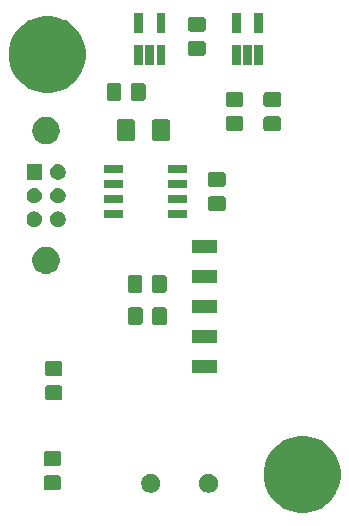
<source format=gbs>
G04 #@! TF.GenerationSoftware,KiCad,Pcbnew,(5.0.0-3-g5ebb6b6)*
G04 #@! TF.CreationDate,2020-02-17T18:56:09-04:00*
G04 #@! TF.ProjectId,rocketlog,726F636B65746C6F672E6B696361645F,rev?*
G04 #@! TF.SameCoordinates,Original*
G04 #@! TF.FileFunction,Soldermask,Bot*
G04 #@! TF.FilePolarity,Negative*
%FSLAX46Y46*%
G04 Gerber Fmt 4.6, Leading zero omitted, Abs format (unit mm)*
G04 Created by KiCad (PCBNEW (5.0.0-3-g5ebb6b6)) date Monday, February 17, 2020 at 06:56:09 PM*
%MOMM*%
%LPD*%
G01*
G04 APERTURE LIST*
%ADD10C,0.100000*%
G04 APERTURE END LIST*
D10*
G36*
X150325623Y-100582327D02*
X150917233Y-100827380D01*
X151449661Y-101183136D01*
X151902464Y-101635939D01*
X152258220Y-102168367D01*
X152258221Y-102168369D01*
X152503273Y-102759977D01*
X152628200Y-103388024D01*
X152628200Y-104028376D01*
X152503273Y-104656423D01*
X152345302Y-105037800D01*
X152258220Y-105248033D01*
X151902464Y-105780461D01*
X151449661Y-106233264D01*
X150917233Y-106589020D01*
X150917232Y-106589021D01*
X150917231Y-106589021D01*
X150325623Y-106834073D01*
X149697576Y-106959000D01*
X149057224Y-106959000D01*
X148429177Y-106834073D01*
X147837569Y-106589021D01*
X147837568Y-106589021D01*
X147837567Y-106589020D01*
X147305139Y-106233264D01*
X146852336Y-105780461D01*
X146496580Y-105248033D01*
X146409499Y-105037800D01*
X146251527Y-104656423D01*
X146126600Y-104028376D01*
X146126600Y-103388024D01*
X146251527Y-102759977D01*
X146496579Y-102168369D01*
X146496580Y-102168367D01*
X146852336Y-101635939D01*
X147305139Y-101183136D01*
X147837567Y-100827380D01*
X148429177Y-100582327D01*
X149057224Y-100457400D01*
X149697576Y-100457400D01*
X150325623Y-100582327D01*
X150325623Y-100582327D01*
G37*
G36*
X136783985Y-103674774D02*
X136929721Y-103735140D01*
X137060880Y-103822778D01*
X137172422Y-103934320D01*
X137260060Y-104065479D01*
X137320426Y-104211215D01*
X137351200Y-104365928D01*
X137351200Y-104523672D01*
X137320426Y-104678385D01*
X137260060Y-104824121D01*
X137172422Y-104955280D01*
X137060880Y-105066822D01*
X136929721Y-105154460D01*
X136783985Y-105214826D01*
X136629272Y-105245600D01*
X136471528Y-105245600D01*
X136316815Y-105214826D01*
X136171079Y-105154460D01*
X136039920Y-105066822D01*
X135928378Y-104955280D01*
X135840740Y-104824121D01*
X135780374Y-104678385D01*
X135749600Y-104523672D01*
X135749600Y-104365928D01*
X135780374Y-104211215D01*
X135840740Y-104065479D01*
X135928378Y-103934320D01*
X136039920Y-103822778D01*
X136171079Y-103735140D01*
X136316815Y-103674774D01*
X136471528Y-103644000D01*
X136629272Y-103644000D01*
X136783985Y-103674774D01*
X136783985Y-103674774D01*
G37*
G36*
X141663985Y-103674774D02*
X141809721Y-103735140D01*
X141940880Y-103822778D01*
X142052422Y-103934320D01*
X142140060Y-104065479D01*
X142200426Y-104211215D01*
X142231200Y-104365928D01*
X142231200Y-104523672D01*
X142200426Y-104678385D01*
X142140060Y-104824121D01*
X142052422Y-104955280D01*
X141940880Y-105066822D01*
X141809721Y-105154460D01*
X141663985Y-105214826D01*
X141509272Y-105245600D01*
X141351528Y-105245600D01*
X141196815Y-105214826D01*
X141051079Y-105154460D01*
X140919920Y-105066822D01*
X140808378Y-104955280D01*
X140720740Y-104824121D01*
X140660374Y-104678385D01*
X140629600Y-104523672D01*
X140629600Y-104365928D01*
X140660374Y-104211215D01*
X140720740Y-104065479D01*
X140808378Y-103934320D01*
X140919920Y-103822778D01*
X141051079Y-103735140D01*
X141196815Y-103674774D01*
X141351528Y-103644000D01*
X141509272Y-103644000D01*
X141663985Y-103674774D01*
X141663985Y-103674774D01*
G37*
G36*
X128785591Y-103790962D02*
X128828486Y-103803974D01*
X128868012Y-103825101D01*
X128902662Y-103853538D01*
X128931099Y-103888188D01*
X128952226Y-103927714D01*
X128965238Y-103970609D01*
X128970000Y-104018959D01*
X128970000Y-104805041D01*
X128965238Y-104853391D01*
X128952226Y-104896286D01*
X128931099Y-104935812D01*
X128902662Y-104970462D01*
X128868012Y-104998899D01*
X128828486Y-105020026D01*
X128785591Y-105033038D01*
X128737241Y-105037800D01*
X127701159Y-105037800D01*
X127652809Y-105033038D01*
X127609914Y-105020026D01*
X127570388Y-104998899D01*
X127535738Y-104970462D01*
X127507301Y-104935812D01*
X127486174Y-104896286D01*
X127473162Y-104853391D01*
X127468400Y-104805041D01*
X127468400Y-104018959D01*
X127473162Y-103970609D01*
X127486174Y-103927714D01*
X127507301Y-103888188D01*
X127535738Y-103853538D01*
X127570388Y-103825101D01*
X127609914Y-103803974D01*
X127652809Y-103790962D01*
X127701159Y-103786200D01*
X128737241Y-103786200D01*
X128785591Y-103790962D01*
X128785591Y-103790962D01*
G37*
G36*
X128785591Y-101740962D02*
X128828486Y-101753974D01*
X128868012Y-101775101D01*
X128902662Y-101803538D01*
X128931099Y-101838188D01*
X128952226Y-101877714D01*
X128965238Y-101920609D01*
X128970000Y-101968959D01*
X128970000Y-102755041D01*
X128965238Y-102803391D01*
X128952226Y-102846286D01*
X128931099Y-102885812D01*
X128902662Y-102920462D01*
X128868012Y-102948899D01*
X128828486Y-102970026D01*
X128785591Y-102983038D01*
X128737241Y-102987800D01*
X127701159Y-102987800D01*
X127652809Y-102983038D01*
X127609914Y-102970026D01*
X127570388Y-102948899D01*
X127535738Y-102920462D01*
X127507301Y-102885812D01*
X127486174Y-102846286D01*
X127473162Y-102803391D01*
X127468400Y-102755041D01*
X127468400Y-101968959D01*
X127473162Y-101920609D01*
X127486174Y-101877714D01*
X127507301Y-101838188D01*
X127535738Y-101803538D01*
X127570388Y-101775101D01*
X127609914Y-101753974D01*
X127652809Y-101740962D01*
X127701159Y-101736200D01*
X128737241Y-101736200D01*
X128785591Y-101740962D01*
X128785591Y-101740962D01*
G37*
G36*
X128887191Y-96170962D02*
X128930086Y-96183974D01*
X128969612Y-96205101D01*
X129004262Y-96233538D01*
X129032699Y-96268188D01*
X129053826Y-96307714D01*
X129066838Y-96350609D01*
X129071600Y-96398959D01*
X129071600Y-97185041D01*
X129066838Y-97233391D01*
X129053826Y-97276286D01*
X129032699Y-97315812D01*
X129004262Y-97350462D01*
X128969612Y-97378899D01*
X128930086Y-97400026D01*
X128887191Y-97413038D01*
X128838841Y-97417800D01*
X127802759Y-97417800D01*
X127754409Y-97413038D01*
X127711514Y-97400026D01*
X127671988Y-97378899D01*
X127637338Y-97350462D01*
X127608901Y-97315812D01*
X127587774Y-97276286D01*
X127574762Y-97233391D01*
X127570000Y-97185041D01*
X127570000Y-96398959D01*
X127574762Y-96350609D01*
X127587774Y-96307714D01*
X127608901Y-96268188D01*
X127637338Y-96233538D01*
X127671988Y-96205101D01*
X127711514Y-96183974D01*
X127754409Y-96170962D01*
X127802759Y-96166200D01*
X128838841Y-96166200D01*
X128887191Y-96170962D01*
X128887191Y-96170962D01*
G37*
G36*
X128887191Y-94120962D02*
X128930086Y-94133974D01*
X128969612Y-94155101D01*
X129004262Y-94183538D01*
X129032699Y-94218188D01*
X129053826Y-94257714D01*
X129066838Y-94300609D01*
X129071600Y-94348959D01*
X129071600Y-95135041D01*
X129066838Y-95183391D01*
X129053826Y-95226286D01*
X129032699Y-95265812D01*
X129004262Y-95300462D01*
X128969612Y-95328899D01*
X128930086Y-95350026D01*
X128887191Y-95363038D01*
X128838841Y-95367800D01*
X127802759Y-95367800D01*
X127754409Y-95363038D01*
X127711514Y-95350026D01*
X127671988Y-95328899D01*
X127637338Y-95300462D01*
X127608901Y-95265812D01*
X127587774Y-95226286D01*
X127574762Y-95183391D01*
X127570000Y-95135041D01*
X127570000Y-94348959D01*
X127574762Y-94300609D01*
X127587774Y-94257714D01*
X127608901Y-94218188D01*
X127637338Y-94183538D01*
X127671988Y-94155101D01*
X127711514Y-94133974D01*
X127754409Y-94120962D01*
X127802759Y-94116200D01*
X128838841Y-94116200D01*
X128887191Y-94120962D01*
X128887191Y-94120962D01*
G37*
G36*
X142147800Y-95089600D02*
X140046200Y-95089600D01*
X140046200Y-93988000D01*
X142147800Y-93988000D01*
X142147800Y-95089600D01*
X142147800Y-95089600D01*
G37*
G36*
X142147800Y-92549600D02*
X140046200Y-92549600D01*
X140046200Y-91448000D01*
X142147800Y-91448000D01*
X142147800Y-92549600D01*
X142147800Y-92549600D01*
G37*
G36*
X137728391Y-89550962D02*
X137771286Y-89563974D01*
X137810812Y-89585101D01*
X137845462Y-89613538D01*
X137873899Y-89648188D01*
X137895026Y-89687714D01*
X137908038Y-89730609D01*
X137912800Y-89778959D01*
X137912800Y-90815041D01*
X137908038Y-90863391D01*
X137895026Y-90906286D01*
X137873899Y-90945812D01*
X137845462Y-90980462D01*
X137810812Y-91008899D01*
X137771286Y-91030026D01*
X137728391Y-91043038D01*
X137680041Y-91047800D01*
X136893959Y-91047800D01*
X136845609Y-91043038D01*
X136802714Y-91030026D01*
X136763188Y-91008899D01*
X136728538Y-90980462D01*
X136700101Y-90945812D01*
X136678974Y-90906286D01*
X136665962Y-90863391D01*
X136661200Y-90815041D01*
X136661200Y-89778959D01*
X136665962Y-89730609D01*
X136678974Y-89687714D01*
X136700101Y-89648188D01*
X136728538Y-89613538D01*
X136763188Y-89585101D01*
X136802714Y-89563974D01*
X136845609Y-89550962D01*
X136893959Y-89546200D01*
X137680041Y-89546200D01*
X137728391Y-89550962D01*
X137728391Y-89550962D01*
G37*
G36*
X135678391Y-89550962D02*
X135721286Y-89563974D01*
X135760812Y-89585101D01*
X135795462Y-89613538D01*
X135823899Y-89648188D01*
X135845026Y-89687714D01*
X135858038Y-89730609D01*
X135862800Y-89778959D01*
X135862800Y-90815041D01*
X135858038Y-90863391D01*
X135845026Y-90906286D01*
X135823899Y-90945812D01*
X135795462Y-90980462D01*
X135760812Y-91008899D01*
X135721286Y-91030026D01*
X135678391Y-91043038D01*
X135630041Y-91047800D01*
X134843959Y-91047800D01*
X134795609Y-91043038D01*
X134752714Y-91030026D01*
X134713188Y-91008899D01*
X134678538Y-90980462D01*
X134650101Y-90945812D01*
X134628974Y-90906286D01*
X134615962Y-90863391D01*
X134611200Y-90815041D01*
X134611200Y-89778959D01*
X134615962Y-89730609D01*
X134628974Y-89687714D01*
X134650101Y-89648188D01*
X134678538Y-89613538D01*
X134713188Y-89585101D01*
X134752714Y-89563974D01*
X134795609Y-89550962D01*
X134843959Y-89546200D01*
X135630041Y-89546200D01*
X135678391Y-89550962D01*
X135678391Y-89550962D01*
G37*
G36*
X142147800Y-90009600D02*
X140046200Y-90009600D01*
X140046200Y-88908000D01*
X142147800Y-88908000D01*
X142147800Y-90009600D01*
X142147800Y-90009600D01*
G37*
G36*
X137702991Y-86833162D02*
X137745886Y-86846174D01*
X137785412Y-86867301D01*
X137820062Y-86895738D01*
X137848499Y-86930388D01*
X137869626Y-86969914D01*
X137882638Y-87012809D01*
X137887400Y-87061159D01*
X137887400Y-88097241D01*
X137882638Y-88145591D01*
X137869626Y-88188486D01*
X137848499Y-88228012D01*
X137820062Y-88262662D01*
X137785412Y-88291099D01*
X137745886Y-88312226D01*
X137702991Y-88325238D01*
X137654641Y-88330000D01*
X136868559Y-88330000D01*
X136820209Y-88325238D01*
X136777314Y-88312226D01*
X136737788Y-88291099D01*
X136703138Y-88262662D01*
X136674701Y-88228012D01*
X136653574Y-88188486D01*
X136640562Y-88145591D01*
X136635800Y-88097241D01*
X136635800Y-87061159D01*
X136640562Y-87012809D01*
X136653574Y-86969914D01*
X136674701Y-86930388D01*
X136703138Y-86895738D01*
X136737788Y-86867301D01*
X136777314Y-86846174D01*
X136820209Y-86833162D01*
X136868559Y-86828400D01*
X137654641Y-86828400D01*
X137702991Y-86833162D01*
X137702991Y-86833162D01*
G37*
G36*
X135652991Y-86833162D02*
X135695886Y-86846174D01*
X135735412Y-86867301D01*
X135770062Y-86895738D01*
X135798499Y-86930388D01*
X135819626Y-86969914D01*
X135832638Y-87012809D01*
X135837400Y-87061159D01*
X135837400Y-88097241D01*
X135832638Y-88145591D01*
X135819626Y-88188486D01*
X135798499Y-88228012D01*
X135770062Y-88262662D01*
X135735412Y-88291099D01*
X135695886Y-88312226D01*
X135652991Y-88325238D01*
X135604641Y-88330000D01*
X134818559Y-88330000D01*
X134770209Y-88325238D01*
X134727314Y-88312226D01*
X134687788Y-88291099D01*
X134653138Y-88262662D01*
X134624701Y-88228012D01*
X134603574Y-88188486D01*
X134590562Y-88145591D01*
X134585800Y-88097241D01*
X134585800Y-87061159D01*
X134590562Y-87012809D01*
X134603574Y-86969914D01*
X134624701Y-86930388D01*
X134653138Y-86895738D01*
X134687788Y-86867301D01*
X134727314Y-86846174D01*
X134770209Y-86833162D01*
X134818559Y-86828400D01*
X135604641Y-86828400D01*
X135652991Y-86833162D01*
X135652991Y-86833162D01*
G37*
G36*
X142147800Y-87469600D02*
X140046200Y-87469600D01*
X140046200Y-86368000D01*
X142147800Y-86368000D01*
X142147800Y-87469600D01*
X142147800Y-87469600D01*
G37*
G36*
X127844949Y-84446381D02*
X128012074Y-84479624D01*
X128012077Y-84479625D01*
X128012076Y-84479625D01*
X128221508Y-84566374D01*
X128409992Y-84692315D01*
X128570285Y-84852608D01*
X128696226Y-85041092D01*
X128775259Y-85231897D01*
X128782976Y-85250526D01*
X128827200Y-85472857D01*
X128827200Y-85699543D01*
X128782976Y-85921874D01*
X128782975Y-85921876D01*
X128696226Y-86131308D01*
X128570285Y-86319792D01*
X128409992Y-86480085D01*
X128221508Y-86606026D01*
X128030703Y-86685059D01*
X128012074Y-86692776D01*
X127844949Y-86726019D01*
X127789744Y-86737000D01*
X127563056Y-86737000D01*
X127507851Y-86726019D01*
X127340726Y-86692776D01*
X127322097Y-86685059D01*
X127131292Y-86606026D01*
X126942808Y-86480085D01*
X126782515Y-86319792D01*
X126656574Y-86131308D01*
X126569825Y-85921876D01*
X126569824Y-85921874D01*
X126525600Y-85699543D01*
X126525600Y-85472857D01*
X126569824Y-85250526D01*
X126577541Y-85231897D01*
X126656574Y-85041092D01*
X126782515Y-84852608D01*
X126942808Y-84692315D01*
X127131292Y-84566374D01*
X127340724Y-84479625D01*
X127340723Y-84479625D01*
X127340726Y-84479624D01*
X127507851Y-84446381D01*
X127563056Y-84435400D01*
X127789744Y-84435400D01*
X127844949Y-84446381D01*
X127844949Y-84446381D01*
G37*
G36*
X142147800Y-84929600D02*
X140046200Y-84929600D01*
X140046200Y-83828000D01*
X142147800Y-83828000D01*
X142147800Y-84929600D01*
X142147800Y-84929600D01*
G37*
G36*
X128866231Y-81460410D02*
X128984669Y-81509468D01*
X128984673Y-81509471D01*
X129091258Y-81580688D01*
X129181912Y-81671342D01*
X129235508Y-81751556D01*
X129253132Y-81777931D01*
X129302190Y-81896369D01*
X129327200Y-82022102D01*
X129327200Y-82150298D01*
X129302190Y-82276031D01*
X129253132Y-82394469D01*
X129253129Y-82394473D01*
X129181912Y-82501058D01*
X129091258Y-82591712D01*
X129011044Y-82645308D01*
X128984669Y-82662932D01*
X128866231Y-82711990D01*
X128740498Y-82737000D01*
X128612302Y-82737000D01*
X128486569Y-82711990D01*
X128368131Y-82662932D01*
X128341756Y-82645308D01*
X128261542Y-82591712D01*
X128170888Y-82501058D01*
X128099671Y-82394473D01*
X128099668Y-82394469D01*
X128050610Y-82276031D01*
X128025600Y-82150298D01*
X128025600Y-82022102D01*
X128050610Y-81896369D01*
X128099668Y-81777931D01*
X128117292Y-81751556D01*
X128170888Y-81671342D01*
X128261542Y-81580688D01*
X128368127Y-81509471D01*
X128368131Y-81509468D01*
X128486569Y-81460410D01*
X128612302Y-81435400D01*
X128740498Y-81435400D01*
X128866231Y-81460410D01*
X128866231Y-81460410D01*
G37*
G36*
X126866231Y-81460410D02*
X126984669Y-81509468D01*
X126984673Y-81509471D01*
X127091258Y-81580688D01*
X127181912Y-81671342D01*
X127235508Y-81751556D01*
X127253132Y-81777931D01*
X127302190Y-81896369D01*
X127327200Y-82022102D01*
X127327200Y-82150298D01*
X127302190Y-82276031D01*
X127253132Y-82394469D01*
X127253129Y-82394473D01*
X127181912Y-82501058D01*
X127091258Y-82591712D01*
X127011044Y-82645308D01*
X126984669Y-82662932D01*
X126866231Y-82711990D01*
X126740498Y-82737000D01*
X126612302Y-82737000D01*
X126486569Y-82711990D01*
X126368131Y-82662932D01*
X126341756Y-82645308D01*
X126261542Y-82591712D01*
X126170888Y-82501058D01*
X126099671Y-82394473D01*
X126099668Y-82394469D01*
X126050610Y-82276031D01*
X126025600Y-82150298D01*
X126025600Y-82022102D01*
X126050610Y-81896369D01*
X126099668Y-81777931D01*
X126117292Y-81751556D01*
X126170888Y-81671342D01*
X126261542Y-81580688D01*
X126368127Y-81509471D01*
X126368131Y-81509468D01*
X126486569Y-81460410D01*
X126612302Y-81435400D01*
X126740498Y-81435400D01*
X126866231Y-81460410D01*
X126866231Y-81460410D01*
G37*
G36*
X139636800Y-82011800D02*
X137985200Y-82011800D01*
X137985200Y-81310200D01*
X139636800Y-81310200D01*
X139636800Y-82011800D01*
X139636800Y-82011800D01*
G37*
G36*
X134236800Y-82011800D02*
X132585200Y-82011800D01*
X132585200Y-81310200D01*
X134236800Y-81310200D01*
X134236800Y-82011800D01*
X134236800Y-82011800D01*
G37*
G36*
X142704791Y-80150962D02*
X142747686Y-80163974D01*
X142787212Y-80185101D01*
X142821862Y-80213538D01*
X142850299Y-80248188D01*
X142871426Y-80287714D01*
X142884438Y-80330609D01*
X142889200Y-80378959D01*
X142889200Y-81165041D01*
X142884438Y-81213391D01*
X142871426Y-81256286D01*
X142850299Y-81295812D01*
X142821862Y-81330462D01*
X142787212Y-81358899D01*
X142747686Y-81380026D01*
X142704791Y-81393038D01*
X142656441Y-81397800D01*
X141620359Y-81397800D01*
X141572009Y-81393038D01*
X141529114Y-81380026D01*
X141489588Y-81358899D01*
X141454938Y-81330462D01*
X141426501Y-81295812D01*
X141405374Y-81256286D01*
X141392362Y-81213391D01*
X141387600Y-81165041D01*
X141387600Y-80378959D01*
X141392362Y-80330609D01*
X141405374Y-80287714D01*
X141426501Y-80248188D01*
X141454938Y-80213538D01*
X141489588Y-80185101D01*
X141529114Y-80163974D01*
X141572009Y-80150962D01*
X141620359Y-80146200D01*
X142656441Y-80146200D01*
X142704791Y-80150962D01*
X142704791Y-80150962D01*
G37*
G36*
X134236800Y-80741800D02*
X132585200Y-80741800D01*
X132585200Y-80040200D01*
X134236800Y-80040200D01*
X134236800Y-80741800D01*
X134236800Y-80741800D01*
G37*
G36*
X139636800Y-80741800D02*
X137985200Y-80741800D01*
X137985200Y-80040200D01*
X139636800Y-80040200D01*
X139636800Y-80741800D01*
X139636800Y-80741800D01*
G37*
G36*
X126866231Y-79460410D02*
X126984669Y-79509468D01*
X126984673Y-79509471D01*
X127091258Y-79580688D01*
X127181912Y-79671342D01*
X127235508Y-79751556D01*
X127253132Y-79777931D01*
X127302190Y-79896369D01*
X127327200Y-80022102D01*
X127327200Y-80150298D01*
X127302190Y-80276031D01*
X127253132Y-80394469D01*
X127253129Y-80394473D01*
X127181912Y-80501058D01*
X127091258Y-80591712D01*
X127011044Y-80645308D01*
X126984669Y-80662932D01*
X126866231Y-80711990D01*
X126740498Y-80737000D01*
X126612302Y-80737000D01*
X126486569Y-80711990D01*
X126368131Y-80662932D01*
X126341756Y-80645308D01*
X126261542Y-80591712D01*
X126170888Y-80501058D01*
X126099671Y-80394473D01*
X126099668Y-80394469D01*
X126050610Y-80276031D01*
X126025600Y-80150298D01*
X126025600Y-80022102D01*
X126050610Y-79896369D01*
X126099668Y-79777931D01*
X126117292Y-79751556D01*
X126170888Y-79671342D01*
X126261542Y-79580688D01*
X126368127Y-79509471D01*
X126368131Y-79509468D01*
X126486569Y-79460410D01*
X126612302Y-79435400D01*
X126740498Y-79435400D01*
X126866231Y-79460410D01*
X126866231Y-79460410D01*
G37*
G36*
X128866231Y-79460410D02*
X128984669Y-79509468D01*
X128984673Y-79509471D01*
X129091258Y-79580688D01*
X129181912Y-79671342D01*
X129235508Y-79751556D01*
X129253132Y-79777931D01*
X129302190Y-79896369D01*
X129327200Y-80022102D01*
X129327200Y-80150298D01*
X129302190Y-80276031D01*
X129253132Y-80394469D01*
X129253129Y-80394473D01*
X129181912Y-80501058D01*
X129091258Y-80591712D01*
X129011044Y-80645308D01*
X128984669Y-80662932D01*
X128866231Y-80711990D01*
X128740498Y-80737000D01*
X128612302Y-80737000D01*
X128486569Y-80711990D01*
X128368131Y-80662932D01*
X128341756Y-80645308D01*
X128261542Y-80591712D01*
X128170888Y-80501058D01*
X128099671Y-80394473D01*
X128099668Y-80394469D01*
X128050610Y-80276031D01*
X128025600Y-80150298D01*
X128025600Y-80022102D01*
X128050610Y-79896369D01*
X128099668Y-79777931D01*
X128117292Y-79751556D01*
X128170888Y-79671342D01*
X128261542Y-79580688D01*
X128368127Y-79509471D01*
X128368131Y-79509468D01*
X128486569Y-79460410D01*
X128612302Y-79435400D01*
X128740498Y-79435400D01*
X128866231Y-79460410D01*
X128866231Y-79460410D01*
G37*
G36*
X139636800Y-79471800D02*
X137985200Y-79471800D01*
X137985200Y-78770200D01*
X139636800Y-78770200D01*
X139636800Y-79471800D01*
X139636800Y-79471800D01*
G37*
G36*
X134236800Y-79471800D02*
X132585200Y-79471800D01*
X132585200Y-78770200D01*
X134236800Y-78770200D01*
X134236800Y-79471800D01*
X134236800Y-79471800D01*
G37*
G36*
X142704791Y-78100962D02*
X142747686Y-78113974D01*
X142787212Y-78135101D01*
X142821862Y-78163538D01*
X142850299Y-78198188D01*
X142871426Y-78237714D01*
X142884438Y-78280609D01*
X142889200Y-78328959D01*
X142889200Y-79115041D01*
X142884438Y-79163391D01*
X142871426Y-79206286D01*
X142850299Y-79245812D01*
X142821862Y-79280462D01*
X142787212Y-79308899D01*
X142747686Y-79330026D01*
X142704791Y-79343038D01*
X142656441Y-79347800D01*
X141620359Y-79347800D01*
X141572009Y-79343038D01*
X141529114Y-79330026D01*
X141489588Y-79308899D01*
X141454938Y-79280462D01*
X141426501Y-79245812D01*
X141405374Y-79206286D01*
X141392362Y-79163391D01*
X141387600Y-79115041D01*
X141387600Y-78328959D01*
X141392362Y-78280609D01*
X141405374Y-78237714D01*
X141426501Y-78198188D01*
X141454938Y-78163538D01*
X141489588Y-78135101D01*
X141529114Y-78113974D01*
X141572009Y-78100962D01*
X141620359Y-78096200D01*
X142656441Y-78096200D01*
X142704791Y-78100962D01*
X142704791Y-78100962D01*
G37*
G36*
X128866231Y-77460410D02*
X128984669Y-77509468D01*
X128984673Y-77509471D01*
X129091258Y-77580688D01*
X129181912Y-77671342D01*
X129235508Y-77751556D01*
X129253132Y-77777931D01*
X129302190Y-77896369D01*
X129327200Y-78022102D01*
X129327200Y-78150298D01*
X129302190Y-78276031D01*
X129253132Y-78394469D01*
X129253129Y-78394473D01*
X129181912Y-78501058D01*
X129091258Y-78591712D01*
X129011044Y-78645308D01*
X128984669Y-78662932D01*
X128866231Y-78711990D01*
X128740498Y-78737000D01*
X128612302Y-78737000D01*
X128486569Y-78711990D01*
X128368131Y-78662932D01*
X128341756Y-78645308D01*
X128261542Y-78591712D01*
X128170888Y-78501058D01*
X128099671Y-78394473D01*
X128099668Y-78394469D01*
X128050610Y-78276031D01*
X128025600Y-78150298D01*
X128025600Y-78022102D01*
X128050610Y-77896369D01*
X128099668Y-77777931D01*
X128117292Y-77751556D01*
X128170888Y-77671342D01*
X128261542Y-77580688D01*
X128368127Y-77509471D01*
X128368131Y-77509468D01*
X128486569Y-77460410D01*
X128612302Y-77435400D01*
X128740498Y-77435400D01*
X128866231Y-77460410D01*
X128866231Y-77460410D01*
G37*
G36*
X127327200Y-78737000D02*
X126025600Y-78737000D01*
X126025600Y-77435400D01*
X127327200Y-77435400D01*
X127327200Y-78737000D01*
X127327200Y-78737000D01*
G37*
G36*
X139636800Y-78201800D02*
X137985200Y-78201800D01*
X137985200Y-77500200D01*
X139636800Y-77500200D01*
X139636800Y-78201800D01*
X139636800Y-78201800D01*
G37*
G36*
X134236800Y-78201800D02*
X132585200Y-78201800D01*
X132585200Y-77500200D01*
X134236800Y-77500200D01*
X134236800Y-78201800D01*
X134236800Y-78201800D01*
G37*
G36*
X127833441Y-73444092D02*
X128012074Y-73479624D01*
X128012077Y-73479625D01*
X128012076Y-73479625D01*
X128221508Y-73566374D01*
X128409992Y-73692315D01*
X128570285Y-73852608D01*
X128696226Y-74041092D01*
X128775259Y-74231897D01*
X128782976Y-74250526D01*
X128801552Y-74343914D01*
X128825844Y-74466037D01*
X128827200Y-74472857D01*
X128827200Y-74699543D01*
X128782976Y-74921874D01*
X128782975Y-74921876D01*
X128696226Y-75131308D01*
X128570285Y-75319792D01*
X128409992Y-75480085D01*
X128221508Y-75606026D01*
X128030703Y-75685059D01*
X128012074Y-75692776D01*
X127844949Y-75726019D01*
X127789744Y-75737000D01*
X127563056Y-75737000D01*
X127507851Y-75726019D01*
X127340726Y-75692776D01*
X127322097Y-75685059D01*
X127131292Y-75606026D01*
X126942808Y-75480085D01*
X126782515Y-75319792D01*
X126656574Y-75131308D01*
X126569825Y-74921876D01*
X126569824Y-74921874D01*
X126525600Y-74699543D01*
X126525600Y-74472857D01*
X126526957Y-74466037D01*
X126551248Y-74343914D01*
X126569824Y-74250526D01*
X126577541Y-74231897D01*
X126656574Y-74041092D01*
X126782515Y-73852608D01*
X126942808Y-73692315D01*
X127131292Y-73566374D01*
X127340724Y-73479625D01*
X127340723Y-73479625D01*
X127340726Y-73479624D01*
X127519359Y-73444092D01*
X127563056Y-73435400D01*
X127789744Y-73435400D01*
X127833441Y-73444092D01*
X127833441Y-73444092D01*
G37*
G36*
X138001466Y-73627757D02*
X138042360Y-73640162D01*
X138080049Y-73660307D01*
X138113083Y-73687417D01*
X138140193Y-73720451D01*
X138160338Y-73758140D01*
X138172743Y-73799034D01*
X138177300Y-73845305D01*
X138177300Y-75252695D01*
X138172743Y-75298966D01*
X138160338Y-75339860D01*
X138140193Y-75377549D01*
X138113083Y-75410583D01*
X138080049Y-75437693D01*
X138042360Y-75457838D01*
X138001466Y-75470243D01*
X137955195Y-75474800D01*
X136872805Y-75474800D01*
X136826534Y-75470243D01*
X136785640Y-75457838D01*
X136747951Y-75437693D01*
X136714917Y-75410583D01*
X136687807Y-75377549D01*
X136667662Y-75339860D01*
X136655257Y-75298966D01*
X136650700Y-75252695D01*
X136650700Y-73845305D01*
X136655257Y-73799034D01*
X136667662Y-73758140D01*
X136687807Y-73720451D01*
X136714917Y-73687417D01*
X136747951Y-73660307D01*
X136785640Y-73640162D01*
X136826534Y-73627757D01*
X136872805Y-73623200D01*
X137955195Y-73623200D01*
X138001466Y-73627757D01*
X138001466Y-73627757D01*
G37*
G36*
X135026466Y-73627757D02*
X135067360Y-73640162D01*
X135105049Y-73660307D01*
X135138083Y-73687417D01*
X135165193Y-73720451D01*
X135185338Y-73758140D01*
X135197743Y-73799034D01*
X135202300Y-73845305D01*
X135202300Y-75252695D01*
X135197743Y-75298966D01*
X135185338Y-75339860D01*
X135165193Y-75377549D01*
X135138083Y-75410583D01*
X135105049Y-75437693D01*
X135067360Y-75457838D01*
X135026466Y-75470243D01*
X134980195Y-75474800D01*
X133897805Y-75474800D01*
X133851534Y-75470243D01*
X133810640Y-75457838D01*
X133772951Y-75437693D01*
X133739917Y-75410583D01*
X133712807Y-75377549D01*
X133692662Y-75339860D01*
X133680257Y-75298966D01*
X133675700Y-75252695D01*
X133675700Y-73845305D01*
X133680257Y-73799034D01*
X133692662Y-73758140D01*
X133712807Y-73720451D01*
X133739917Y-73687417D01*
X133772951Y-73660307D01*
X133810640Y-73640162D01*
X133851534Y-73627757D01*
X133897805Y-73623200D01*
X134980195Y-73623200D01*
X135026466Y-73627757D01*
X135026466Y-73627757D01*
G37*
G36*
X147403791Y-73387162D02*
X147446686Y-73400174D01*
X147486212Y-73421301D01*
X147520862Y-73449738D01*
X147549299Y-73484388D01*
X147570426Y-73523914D01*
X147583438Y-73566809D01*
X147588200Y-73615159D01*
X147588200Y-74401241D01*
X147583438Y-74449591D01*
X147570426Y-74492486D01*
X147549299Y-74532012D01*
X147520862Y-74566662D01*
X147486212Y-74595099D01*
X147446686Y-74616226D01*
X147403791Y-74629238D01*
X147355441Y-74634000D01*
X146319359Y-74634000D01*
X146271009Y-74629238D01*
X146228114Y-74616226D01*
X146188588Y-74595099D01*
X146153938Y-74566662D01*
X146125501Y-74532012D01*
X146104374Y-74492486D01*
X146091362Y-74449591D01*
X146086600Y-74401241D01*
X146086600Y-73615159D01*
X146091362Y-73566809D01*
X146104374Y-73523914D01*
X146125501Y-73484388D01*
X146153938Y-73449738D01*
X146188588Y-73421301D01*
X146228114Y-73400174D01*
X146271009Y-73387162D01*
X146319359Y-73382400D01*
X147355441Y-73382400D01*
X147403791Y-73387162D01*
X147403791Y-73387162D01*
G37*
G36*
X144203391Y-73369162D02*
X144246286Y-73382174D01*
X144285812Y-73403301D01*
X144320462Y-73431738D01*
X144348899Y-73466388D01*
X144370026Y-73505914D01*
X144383038Y-73548809D01*
X144387800Y-73597159D01*
X144387800Y-74383241D01*
X144383038Y-74431591D01*
X144370026Y-74474486D01*
X144348899Y-74514012D01*
X144320462Y-74548662D01*
X144285812Y-74577099D01*
X144246286Y-74598226D01*
X144203391Y-74611238D01*
X144155041Y-74616000D01*
X143118959Y-74616000D01*
X143070609Y-74611238D01*
X143027714Y-74598226D01*
X142988188Y-74577099D01*
X142953538Y-74548662D01*
X142925101Y-74514012D01*
X142903974Y-74474486D01*
X142890962Y-74431591D01*
X142886200Y-74383241D01*
X142886200Y-73597159D01*
X142890962Y-73548809D01*
X142903974Y-73505914D01*
X142925101Y-73466388D01*
X142953538Y-73431738D01*
X142988188Y-73403301D01*
X143027714Y-73382174D01*
X143070609Y-73369162D01*
X143118959Y-73364400D01*
X144155041Y-73364400D01*
X144203391Y-73369162D01*
X144203391Y-73369162D01*
G37*
G36*
X147403791Y-71337162D02*
X147446686Y-71350174D01*
X147486212Y-71371301D01*
X147520862Y-71399738D01*
X147549299Y-71434388D01*
X147570426Y-71473914D01*
X147583438Y-71516809D01*
X147588200Y-71565159D01*
X147588200Y-72351241D01*
X147583438Y-72399591D01*
X147570426Y-72442486D01*
X147549299Y-72482012D01*
X147520862Y-72516662D01*
X147486212Y-72545099D01*
X147446686Y-72566226D01*
X147403791Y-72579238D01*
X147355441Y-72584000D01*
X146319359Y-72584000D01*
X146271009Y-72579238D01*
X146228114Y-72566226D01*
X146188588Y-72545099D01*
X146153938Y-72516662D01*
X146125501Y-72482012D01*
X146104374Y-72442486D01*
X146091362Y-72399591D01*
X146086600Y-72351241D01*
X146086600Y-71565159D01*
X146091362Y-71516809D01*
X146104374Y-71473914D01*
X146125501Y-71434388D01*
X146153938Y-71399738D01*
X146188588Y-71371301D01*
X146228114Y-71350174D01*
X146271009Y-71337162D01*
X146319359Y-71332400D01*
X147355441Y-71332400D01*
X147403791Y-71337162D01*
X147403791Y-71337162D01*
G37*
G36*
X144203391Y-71319162D02*
X144246286Y-71332174D01*
X144285812Y-71353301D01*
X144320462Y-71381738D01*
X144348899Y-71416388D01*
X144370026Y-71455914D01*
X144383038Y-71498809D01*
X144387800Y-71547159D01*
X144387800Y-72333241D01*
X144383038Y-72381591D01*
X144370026Y-72424486D01*
X144348899Y-72464012D01*
X144320462Y-72498662D01*
X144285812Y-72527099D01*
X144246286Y-72548226D01*
X144203391Y-72561238D01*
X144155041Y-72566000D01*
X143118959Y-72566000D01*
X143070609Y-72561238D01*
X143027714Y-72548226D01*
X142988188Y-72527099D01*
X142953538Y-72498662D01*
X142925101Y-72464012D01*
X142903974Y-72424486D01*
X142890962Y-72381591D01*
X142886200Y-72333241D01*
X142886200Y-71547159D01*
X142890962Y-71498809D01*
X142903974Y-71455914D01*
X142925101Y-71416388D01*
X142953538Y-71381738D01*
X142988188Y-71353301D01*
X143027714Y-71332174D01*
X143070609Y-71319162D01*
X143118959Y-71314400D01*
X144155041Y-71314400D01*
X144203391Y-71319162D01*
X144203391Y-71319162D01*
G37*
G36*
X135924991Y-70577162D02*
X135967886Y-70590174D01*
X136007412Y-70611301D01*
X136042062Y-70639738D01*
X136070499Y-70674388D01*
X136091626Y-70713914D01*
X136104638Y-70756809D01*
X136109400Y-70805159D01*
X136109400Y-71841241D01*
X136104638Y-71889591D01*
X136091626Y-71932486D01*
X136070499Y-71972012D01*
X136042062Y-72006662D01*
X136007412Y-72035099D01*
X135967886Y-72056226D01*
X135924991Y-72069238D01*
X135876641Y-72074000D01*
X135090559Y-72074000D01*
X135042209Y-72069238D01*
X134999314Y-72056226D01*
X134959788Y-72035099D01*
X134925138Y-72006662D01*
X134896701Y-71972012D01*
X134875574Y-71932486D01*
X134862562Y-71889591D01*
X134857800Y-71841241D01*
X134857800Y-70805159D01*
X134862562Y-70756809D01*
X134875574Y-70713914D01*
X134896701Y-70674388D01*
X134925138Y-70639738D01*
X134959788Y-70611301D01*
X134999314Y-70590174D01*
X135042209Y-70577162D01*
X135090559Y-70572400D01*
X135876641Y-70572400D01*
X135924991Y-70577162D01*
X135924991Y-70577162D01*
G37*
G36*
X133874991Y-70577162D02*
X133917886Y-70590174D01*
X133957412Y-70611301D01*
X133992062Y-70639738D01*
X134020499Y-70674388D01*
X134041626Y-70713914D01*
X134054638Y-70756809D01*
X134059400Y-70805159D01*
X134059400Y-71841241D01*
X134054638Y-71889591D01*
X134041626Y-71932486D01*
X134020499Y-71972012D01*
X133992062Y-72006662D01*
X133957412Y-72035099D01*
X133917886Y-72056226D01*
X133874991Y-72069238D01*
X133826641Y-72074000D01*
X133040559Y-72074000D01*
X132992209Y-72069238D01*
X132949314Y-72056226D01*
X132909788Y-72035099D01*
X132875138Y-72006662D01*
X132846701Y-71972012D01*
X132825574Y-71932486D01*
X132812562Y-71889591D01*
X132807800Y-71841241D01*
X132807800Y-70805159D01*
X132812562Y-70756809D01*
X132825574Y-70713914D01*
X132846701Y-70674388D01*
X132875138Y-70639738D01*
X132909788Y-70611301D01*
X132949314Y-70590174D01*
X132992209Y-70577162D01*
X133040559Y-70572400D01*
X133826641Y-70572400D01*
X133874991Y-70577162D01*
X133874991Y-70577162D01*
G37*
G36*
X128735623Y-65022327D02*
X129139840Y-65189759D01*
X129327233Y-65267380D01*
X129859661Y-65623136D01*
X130312464Y-66075939D01*
X130668220Y-66608367D01*
X130913273Y-67199977D01*
X131038200Y-67828025D01*
X131038200Y-68468375D01*
X130913273Y-69096423D01*
X130668220Y-69688033D01*
X130312464Y-70220461D01*
X129859661Y-70673264D01*
X129327233Y-71029020D01*
X129327232Y-71029021D01*
X129327231Y-71029021D01*
X128735623Y-71274073D01*
X128107576Y-71399000D01*
X127467224Y-71399000D01*
X126839177Y-71274073D01*
X126247569Y-71029021D01*
X126247568Y-71029021D01*
X126247567Y-71029020D01*
X125715139Y-70673264D01*
X125262336Y-70220461D01*
X124906580Y-69688033D01*
X124661527Y-69096423D01*
X124536600Y-68468375D01*
X124536600Y-67828025D01*
X124661527Y-67199977D01*
X124906580Y-66608367D01*
X125262336Y-66075939D01*
X125715139Y-65623136D01*
X126247567Y-65267380D01*
X126434961Y-65189759D01*
X126839177Y-65022327D01*
X127467224Y-64897400D01*
X128107576Y-64897400D01*
X128735623Y-65022327D01*
X128735623Y-65022327D01*
G37*
G36*
X136839800Y-69029800D02*
X136088200Y-69029800D01*
X136088200Y-67368200D01*
X136839800Y-67368200D01*
X136839800Y-69029800D01*
X136839800Y-69029800D01*
G37*
G36*
X135889800Y-69029800D02*
X135138200Y-69029800D01*
X135138200Y-67368200D01*
X135889800Y-67368200D01*
X135889800Y-69029800D01*
X135889800Y-69029800D01*
G37*
G36*
X137789800Y-69029800D02*
X137038200Y-69029800D01*
X137038200Y-67368200D01*
X137789800Y-67368200D01*
X137789800Y-69029800D01*
X137789800Y-69029800D01*
G37*
G36*
X144144800Y-69029800D02*
X143393200Y-69029800D01*
X143393200Y-67368200D01*
X144144800Y-67368200D01*
X144144800Y-69029800D01*
X144144800Y-69029800D01*
G37*
G36*
X145094800Y-69029800D02*
X144343200Y-69029800D01*
X144343200Y-67368200D01*
X145094800Y-67368200D01*
X145094800Y-69029800D01*
X145094800Y-69029800D01*
G37*
G36*
X146044800Y-69029800D02*
X145293200Y-69029800D01*
X145293200Y-67368200D01*
X146044800Y-67368200D01*
X146044800Y-69029800D01*
X146044800Y-69029800D01*
G37*
G36*
X141002991Y-67011762D02*
X141045886Y-67024774D01*
X141085412Y-67045901D01*
X141120062Y-67074338D01*
X141148499Y-67108988D01*
X141169626Y-67148514D01*
X141182638Y-67191409D01*
X141187400Y-67239759D01*
X141187400Y-68025841D01*
X141182638Y-68074191D01*
X141169626Y-68117086D01*
X141148499Y-68156612D01*
X141120062Y-68191262D01*
X141085412Y-68219699D01*
X141045886Y-68240826D01*
X141002991Y-68253838D01*
X140954641Y-68258600D01*
X139918559Y-68258600D01*
X139870209Y-68253838D01*
X139827314Y-68240826D01*
X139787788Y-68219699D01*
X139753138Y-68191262D01*
X139724701Y-68156612D01*
X139703574Y-68117086D01*
X139690562Y-68074191D01*
X139685800Y-68025841D01*
X139685800Y-67239759D01*
X139690562Y-67191409D01*
X139703574Y-67148514D01*
X139724701Y-67108988D01*
X139753138Y-67074338D01*
X139787788Y-67045901D01*
X139827314Y-67024774D01*
X139870209Y-67011762D01*
X139918559Y-67007000D01*
X140954641Y-67007000D01*
X141002991Y-67011762D01*
X141002991Y-67011762D01*
G37*
G36*
X137789800Y-66329800D02*
X137038200Y-66329800D01*
X137038200Y-64668200D01*
X137789800Y-64668200D01*
X137789800Y-66329800D01*
X137789800Y-66329800D01*
G37*
G36*
X135889800Y-66329800D02*
X135138200Y-66329800D01*
X135138200Y-64668200D01*
X135889800Y-64668200D01*
X135889800Y-66329800D01*
X135889800Y-66329800D01*
G37*
G36*
X146044800Y-66329800D02*
X145293200Y-66329800D01*
X145293200Y-64668200D01*
X146044800Y-64668200D01*
X146044800Y-66329800D01*
X146044800Y-66329800D01*
G37*
G36*
X144144800Y-66329800D02*
X143393200Y-66329800D01*
X143393200Y-64668200D01*
X144144800Y-64668200D01*
X144144800Y-66329800D01*
X144144800Y-66329800D01*
G37*
G36*
X141002991Y-64961762D02*
X141045886Y-64974774D01*
X141085412Y-64995901D01*
X141120062Y-65024338D01*
X141148499Y-65058988D01*
X141169626Y-65098514D01*
X141182638Y-65141409D01*
X141187400Y-65189759D01*
X141187400Y-65975841D01*
X141182638Y-66024191D01*
X141169626Y-66067086D01*
X141148499Y-66106612D01*
X141120062Y-66141262D01*
X141085412Y-66169699D01*
X141045886Y-66190826D01*
X141002991Y-66203838D01*
X140954641Y-66208600D01*
X139918559Y-66208600D01*
X139870209Y-66203838D01*
X139827314Y-66190826D01*
X139787788Y-66169699D01*
X139753138Y-66141262D01*
X139724701Y-66106612D01*
X139703574Y-66067086D01*
X139690562Y-66024191D01*
X139685800Y-65975841D01*
X139685800Y-65189759D01*
X139690562Y-65141409D01*
X139703574Y-65098514D01*
X139724701Y-65058988D01*
X139753138Y-65024338D01*
X139787788Y-64995901D01*
X139827314Y-64974774D01*
X139870209Y-64961762D01*
X139918559Y-64957000D01*
X140954641Y-64957000D01*
X141002991Y-64961762D01*
X141002991Y-64961762D01*
G37*
M02*

</source>
